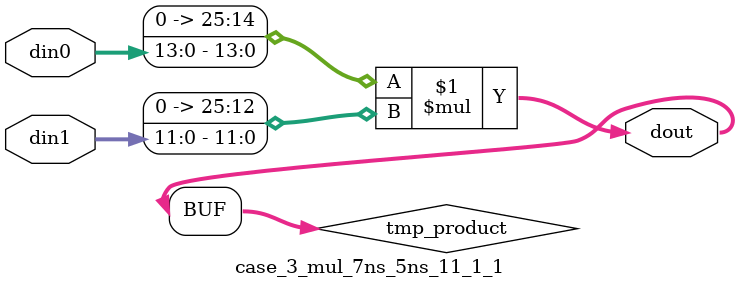
<source format=v>

`timescale 1 ns / 1 ps

 (* use_dsp = "no" *)  module case_3_mul_7ns_5ns_11_1_1(din0, din1, dout);
parameter ID = 1;
parameter NUM_STAGE = 0;
parameter din0_WIDTH = 14;
parameter din1_WIDTH = 12;
parameter dout_WIDTH = 26;

input [din0_WIDTH - 1 : 0] din0; 
input [din1_WIDTH - 1 : 0] din1; 
output [dout_WIDTH - 1 : 0] dout;

wire signed [dout_WIDTH - 1 : 0] tmp_product;
























assign tmp_product = $signed({1'b0, din0}) * $signed({1'b0, din1});











assign dout = tmp_product;





















endmodule

</source>
